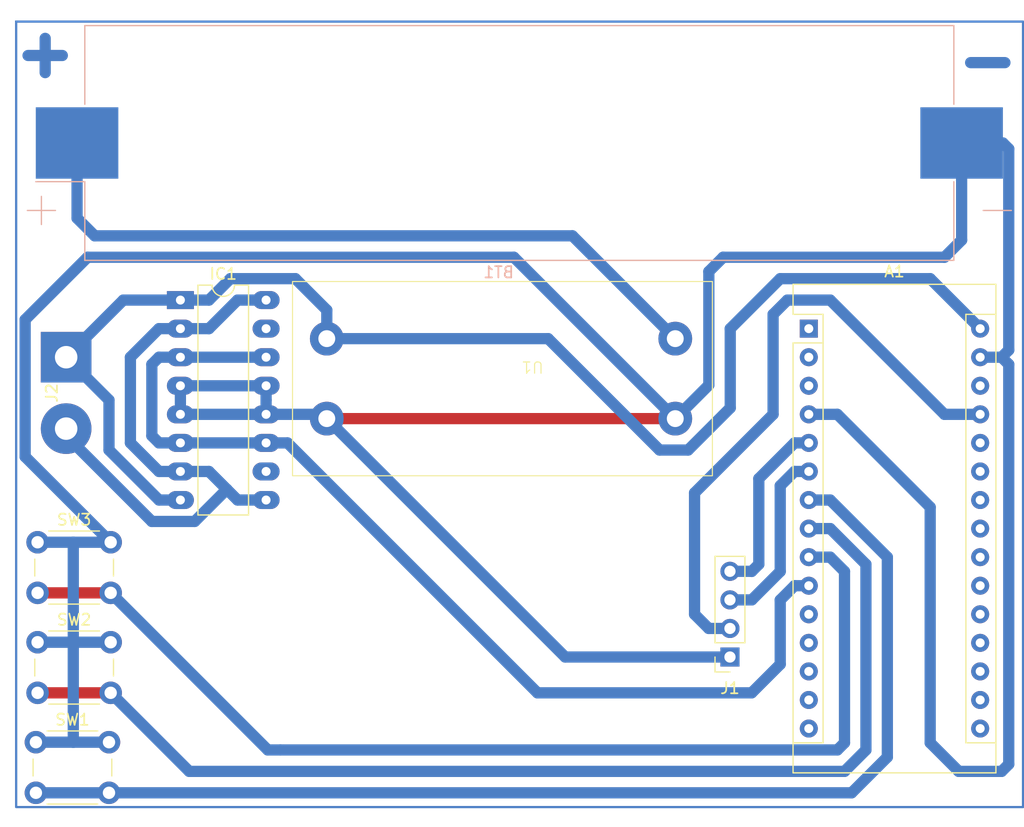
<source format=kicad_pcb>
(kicad_pcb (version 20221018) (generator pcbnew)
  (layers (0 "F.Cu" signal) (31 "B.Cu" signal) (34 "B.Paste" user) (35 "F.Paste" user) (36 "B.SilkS" user "B.Silkscreen") (37 "F.SilkS" user "F.Silkscreen") (38 "B.Mask" user) (39 "F.Mask" user) (44 "Edge.Cuts" user))
  (net 0 "")
  (net 8 "Net-(A1-D2)")
  (net 10 "Net-(A1-D3)")
  (net 12 "Net-(A1-D4)")
  (net 14 "Net-(A1-D5)")
  (net 16 "Net-(A1-D6)")
  (net 18 "Net-(A1-D7)")
  (net 21 "+5V")
  (net 26 "+12V")
  (net 29 "+BATT")
  (net 30 "GND")
  (net 31 "Net-(IC1-O1)")
  (footprint "Button_Switch_THT:SW_PUSH_6mm_H5mm" (layer "F.Cu") (at 24.765 67.89)
    (fp_text reference "SW3" (at 3.25 -2) (layer "F.SilkS"))
    (fp_text value "SW_Push")
    (fp_line (start -0.25 1.5) (end -0.25 3) (stroke (width 0.12)) (layer "F.SilkS"))
    (fp_line (start 1 5.5) (end 5.5 5.5) (stroke (width 0.12)) (layer "F.SilkS"))
    (fp_line (start 5.5 -1) (end 1 -1) (stroke (width 0.12)) (layer "F.SilkS"))
    (fp_line (start 6.75 3) (end 6.75 1.5) (stroke (width 0.12)) (layer "F.SilkS"))
    (pad "1" thru_hole circle (at 0 0 90) (size 2 2) (drill 1.1) (layers "*.Cu" "*.Mask") (net 30 "GND"))
    (pad "1" thru_hole circle (at 6.5 0 90) (size 2 2) (drill 1.1) (layers "*.Cu" "*.Mask") (net 30 "GND"))
    (pad "2" thru_hole circle (at 0 4.5 90) (size 2 2) (drill 1.1) (layers "*.Cu" "*.Mask") (net 16 "Net-(A1-D6)"))
    (pad "2" thru_hole circle (at 6.5 4.5 90) (size 2 2) (drill 1.1) (layers "*.Cu" "*.Mask") (net 16 "Net-(A1-D6)"))
  )
  (footprint "Button_Switch_THT:SW_PUSH_6mm_H5mm" (layer "F.Cu") (at 24.615 85.67)
    (fp_text reference "SW1" (at 3.25 -2) (layer "F.SilkS"))
    (fp_text value "SW_Push")
    (fp_line (start -0.25 1.5) (end -0.25 3) (stroke (width 0.12)) (layer "F.SilkS"))
    (fp_line (start 1 5.5) (end 5.5 5.5) (stroke (width 0.12)) (layer "F.SilkS"))
    (fp_line (start 5.5 -1) (end 1 -1) (stroke (width 0.12)) (layer "F.SilkS"))
    (fp_line (start 6.75 3) (end 6.75 1.5) (stroke (width 0.12)) (layer "F.SilkS"))
    (pad "1" thru_hole circle (at 0 0 90) (size 2 2) (drill 1.1) (layers "*.Cu" "*.Mask") (net 30 "GND"))
    (pad "1" thru_hole circle (at 6.5 0 90) (size 2 2) (drill 1.1) (layers "*.Cu" "*.Mask") (net 30 "GND"))
    (pad "2" thru_hole circle (at 0 4.5 90) (size 2 2) (drill 1.1) (layers "*.Cu" "*.Mask") (net 12 "Net-(A1-D4)"))
    (pad "2" thru_hole circle (at 6.5 4.5 90) (size 2 2) (drill 1.1) (layers "*.Cu" "*.Mask") (net 12 "Net-(A1-D4)"))
  )
  (footprint "Button_Switch_THT:SW_PUSH_6mm_H5mm" (layer "F.Cu") (at 24.765 76.78)
    (fp_text reference "SW2" (at 3.25 -2) (layer "F.SilkS"))
    (fp_text value "SW_Push")
    (fp_line (start -0.25 1.5) (end -0.25 3) (stroke (width 0.12)) (layer "F.SilkS"))
    (fp_line (start 1 5.5) (end 5.5 5.5) (stroke (width 0.12)) (layer "F.SilkS"))
    (fp_line (start 5.5 -1) (end 1 -1) (stroke (width 0.12)) (layer "F.SilkS"))
    (fp_line (start 6.75 3) (end 6.75 1.5) (stroke (width 0.12)) (layer "F.SilkS"))
    (pad "1" thru_hole circle (at 0 0 90) (size 2 2) (drill 1.1) (layers "*.Cu" "*.Mask") (net 30 "GND"))
    (pad "1" thru_hole circle (at 6.5 0 90) (size 2 2) (drill 1.1) (layers "*.Cu" "*.Mask") (net 30 "GND"))
    (pad "2" thru_hole circle (at 0 4.5 90) (size 2 2) (drill 1.1) (layers "*.Cu" "*.Mask") (net 14 "Net-(A1-D5)"))
    (pad "2" thru_hole circle (at 6.5 4.5 90) (size 2 2) (drill 1.1) (layers "*.Cu" "*.Mask") (net 14 "Net-(A1-D5)"))
  )
  (footprint "Connector_PinSocket_2.54mm:PinSocket_1x04_P2.54mm_Vertical" (layer "F.Cu") (at 86.335 78.095 180)
    (fp_text reference "J1" (at 0 -2.77) (layer "F.SilkS"))
    (fp_text value "Conn_01x04_Female")
    (fp_line (start -1.33 1.27) (end -1.33 8.95) (stroke (width 0.12)) (layer "F.SilkS"))
    (fp_line (start -1.33 1.27) (end 1.33 1.27) (stroke (width 0.12)) (layer "F.SilkS"))
    (fp_line (start -1.33 8.95) (end 1.33 8.95) (stroke (width 0.12)) (layer "F.SilkS"))
    (fp_line (start 0 -1.33) (end 1.33 -1.33) (stroke (width 0.12)) (layer "F.SilkS"))
    (fp_line (start 1.33 -1.33) (end 1.33 0) (stroke (width 0.12)) (layer "F.SilkS"))
    (fp_line (start 1.33 1.27) (end 1.33 8.95) (stroke (width 0.12)) (layer "F.SilkS"))
    (pad "1" thru_hole rect (at 0 0 180) (size 1.7 1.7) (drill 1) (layers "*.Cu" "*.Mask") (net 30 "GND"))
    (pad "2" thru_hole oval (at 0 2.54 180) (size 1.7 1.7) (drill 1) (layers "*.Cu" "*.Mask") (net 21 "+5V"))
    (pad "3" thru_hole oval (at 0 5.08 180) (size 1.7 1.7) (drill 1) (layers "*.Cu" "*.Mask") (net 10 "Net-(A1-D3)"))
    (pad "4" thru_hole oval (at 0 7.62 180) (size 1.7 1.7) (drill 1) (layers "*.Cu" "*.Mask") (net 8 "Net-(A1-D2)"))
  )
  (footprint "Connector_Wire:SolderWirePad_1x02_P7.62mm_Drill2mm" (layer "F.Cu") (at 27.305 51.435 -90)
    (fp_text reference "J2" (at 3.18 1.275 90) (layer "F.SilkS"))
    (fp_text value "Conn_01x02")
    (pad "1" thru_hole rect (at 0 0 270) (size 4.50088 4.50088) (drill 1.99898) (layers "*.Cu" "*.Mask") (net 26 "+12V"))
    (pad "2" thru_hole circle (at 6.35 0 270) (size 4.50088 4.50088) (drill 1.99898) (layers "*.Cu" "*.Mask") (net 31 "Net-(IC1-O1)"))
  )
  (footprint "chinese_modules:dc-dc module" (layer "F.Cu") (at 68.7705 51.816 180)
    (fp_text reference "U1" (at 0 -0.5 180 unlocked) (layer "F.SilkS") (effects (font (thickness 0.1))))
    (fp_text value "~")
    (fp_rect (start -16.002 -10.16) (end 21.336 7.112) (stroke (width 0.1)) (fill none) (layer "F.SilkS"))
    (pad "1" thru_hole circle (at -12.7 -5.08 180) (size 3 3) (drill 1.5) (layers "*.Cu" "*.Mask") (net 30 "GND"))
    (pad "2" thru_hole circle (at -12.7 2.032 180) (size 3 3) (drill 1.5) (layers "*.Cu" "*.Mask") (net 29 "+BATT"))
    (pad "3" thru_hole circle (at 18.288 -5.08 180) (size 3 3) (drill 1.5) (layers "*.Cu" "*.Mask") (net 30 "GND"))
    (pad "4" thru_hole circle (at 18.288 2.032 180) (size 3 3) (drill 1.5) (layers "*.Cu" "*.Mask") (net 26 "+12V"))
  )
  (footprint "Package_DIP:DIP-16_W7.62mm_LongPads" (layer "F.Cu") (at 37.465 46.355)
    (fp_text reference "IC1" (at 3.81 -2.33) (layer "F.SilkS"))
    (fp_text value "ULN2065B")
    (fp_line (start 1.56 -1.33) (end 1.56 19.11) (stroke (width 0.12)) (layer "F.SilkS"))
    (fp_line (start 1.56 19.11) (end 6.06 19.11) (stroke (width 0.12)) (layer "F.SilkS"))
    (fp_line (start 2.81 -1.33) (end 1.56 -1.33) (stroke (width 0.12)) (layer "F.SilkS"))
    (fp_line (start 6.06 -1.33) (end 4.81 -1.33) (stroke (width 0.12)) (layer "F.SilkS"))
    (fp_line (start 6.06 19.11) (end 6.06 -1.33) (stroke (width 0.12)) (layer "F.SilkS"))
    (fp_arc (start 4.81 -1.33) (mid 3.81 -0.33) (end 2.81 -1.33) (stroke (width 0.12)) (layer "F.SilkS"))
    (pad "1" thru_hole rect (at 0 0) (size 2.4 1.6) (drill 0.8) (layers "*.Cu" "*.Mask") (net 26 "+12V"))
    (pad "2" thru_hole oval (at 0 2.54) (size 2.4 1.6) (drill 0.8) (layers "*.Cu" "*.Mask") (net 31 "Net-(IC1-O1)"))
    (pad "3" thru_hole oval (at 0 5.08) (size 2.4 1.6) (drill 0.8) (layers "*.Cu" "*.Mask") (net 18 "Net-(A1-D7)"))
    (pad "4" thru_hole oval (at 0 7.62) (size 2.4 1.6) (drill 0.8) (layers "*.Cu" "*.Mask") (net 30 "GND"))
    (pad "5" thru_hole oval (at 0 10.16) (size 2.4 1.6) (drill 0.8) (layers "*.Cu" "*.Mask") (net 30 "GND"))
    (pad "6" thru_hole oval (at 0 12.7) (size 2.4 1.6) (drill 0.8) (layers "*.Cu" "*.Mask") (net 18 "Net-(A1-D7)"))
    (pad "7" thru_hole oval (at 0 15.24) (size 2.4 1.6) (drill 0.8) (layers "*.Cu" "*.Mask") (net 31 "Net-(IC1-O1)"))
    (pad "8" thru_hole oval (at 0 17.78) (size 2.4 1.6) (drill 0.8) (layers "*.Cu" "*.Mask") (net 26 "+12V"))
    (pad "9" thru_hole oval (at 7.62 17.78) (size 2.4 1.6) (drill 0.8) (layers "*.Cu" "*.Mask") (net 31 "Net-(IC1-O1)"))
    (pad "10" thru_hole oval (at 7.62 15.24) (size 2.4 1.6) (drill 0.8) (layers "*.Cu" "*.Mask"))
    (pad "11" thru_hole oval (at 7.62 12.7) (size 2.4 1.6) (drill 0.8) (layers "*.Cu" "*.Mask") (net 18 "Net-(A1-D7)"))
    (pad "12" thru_hole oval (at 7.62 10.16) (size 2.4 1.6) (drill 0.8) (layers "*.Cu" "*.Mask") (net 30 "GND"))
    (pad "13" thru_hole oval (at 7.62 7.62) (size 2.4 1.6) (drill 0.8) (layers "*.Cu" "*.Mask") (net 30 "GND"))
    (pad "14" thru_hole oval (at 7.62 5.08) (size 2.4 1.6) (drill 0.8) (layers "*.Cu" "*.Mask") (net 18 "Net-(A1-D7)"))
    (pad "15" thru_hole oval (at 7.62 2.54) (size 2.4 1.6) (drill 0.8) (layers "*.Cu" "*.Mask"))
    (pad "16" thru_hole oval (at 7.62 0) (size 2.4 1.6) (drill 0.8) (layers "*.Cu" "*.Mask") (net 31 "Net-(IC1-O1)"))
  )
  (footprint "Module:Arduino_Nano" (layer "F.Cu") (at 93.345 48.895)
    (fp_text reference "A1" (at 7.62 -5.08) (layer "F.SilkS"))
    (fp_text value "Arduino_Nano_v3.x")
    (fp_line (start -1.4 -3.94) (end -1.4 -1.27) (stroke (width 0.12)) (layer "F.SilkS"))
    (fp_line (start -1.4 1.27) (end -1.4 39.5) (stroke (width 0.12)) (layer "F.SilkS"))
    (fp_line (start -1.4 39.5) (end 16.64 39.5) (stroke (width 0.12)) (layer "F.SilkS"))
    (fp_line (start 1.27 -1.27) (end -1.4 -1.27) (stroke (width 0.12)) (layer "F.SilkS"))
    (fp_line (start 1.27 1.27) (end -1.4 1.27) (stroke (width 0.12)) (layer "F.SilkS"))
    (fp_line (start 1.27 1.27) (end 1.27 -1.27) (stroke (width 0.12)) (layer "F.SilkS"))
    (fp_line (start 1.27 1.27) (end 1.27 36.83) (stroke (width 0.12)) (layer "F.SilkS"))
    (fp_line (start 1.27 36.83) (end -1.4 36.83) (stroke (width 0.12)) (layer "F.SilkS"))
    (fp_line (start 13.97 -1.27) (end 13.97 36.83) (stroke (width 0.12)) (layer "F.SilkS"))
    (fp_line (start 13.97 -1.27) (end 16.64 -1.27) (stroke (width 0.12)) (layer "F.SilkS"))
    (fp_line (start 13.97 36.83) (end 16.64 36.83) (stroke (width 0.12)) (layer "F.SilkS"))
    (fp_line (start 16.64 -3.94) (end -1.4 -3.94) (stroke (width 0.12)) (layer "F.SilkS"))
    (fp_line (start 16.64 39.5) (end 16.64 -3.94) (stroke (width 0.12)) (layer "F.SilkS"))
    (pad "1" thru_hole rect (at 0 0) (size 1.6 1.6) (drill 0.8) (layers "*.Cu" "*.Mask"))
    (pad "2" thru_hole oval (at 0 2.54) (size 1.6 1.6) (drill 0.8) (layers "*.Cu" "*.Mask"))
    (pad "3" thru_hole oval (at 0 5.08) (size 1.6 1.6) (drill 0.8) (layers "*.Cu" "*.Mask"))
    (pad "4" thru_hole oval (at 0 7.62) (size 1.6 1.6) (drill 0.8) (layers "*.Cu" "*.Mask") (net 30 "GND"))
    (pad "5" thru_hole oval (at 0 10.16) (size 1.6 1.6) (drill 0.8) (layers "*.Cu" "*.Mask") (net 8 "Net-(A1-D2)"))
    (pad "6" thru_hole oval (at 0 12.7) (size 1.6 1.6) (drill 0.8) (layers "*.Cu" "*.Mask") (net 10 "Net-(A1-D3)"))
    (pad "7" thru_hole oval (at 0 15.24) (size 1.6 1.6) (drill 0.8) (layers "*.Cu" "*.Mask") (net 12 "Net-(A1-D4)"))
    (pad "8" thru_hole oval (at 0 17.78) (size 1.6 1.6) (drill 0.8) (layers "*.Cu" "*.Mask") (net 14 "Net-(A1-D5)"))
    (pad "9" thru_hole oval (at 0 20.32) (size 1.6 1.6) (drill 0.8) (layers "*.Cu" "*.Mask") (net 16 "Net-(A1-D6)"))
    (pad "10" thru_hole oval (at 0 22.86) (size 1.6 1.6) (drill 0.8) (layers "*.Cu" "*.Mask") (net 18 "Net-(A1-D7)"))
    (pad "11" thru_hole oval (at 0 25.4) (size 1.6 1.6) (drill 0.8) (layers "*.Cu" "*.Mask"))
    (pad "12" thru_hole oval (at 0 27.94) (size 1.6 1.6) (drill 0.8) (layers "*.Cu" "*.Mask"))
    (pad "13" thru_hole oval (at 0 30.48) (size 1.6 1.6) (drill 0.8) (layers "*.Cu" "*.Mask"))
    (pad "14" thru_hole oval (at 0 33.02) (size 1.6 1.6) (drill 0.8) (layers "*.Cu" "*.Mask"))
    (pad "15" thru_hole oval (at 0 35.56) (size 1.6 1.6) (drill 0.8) (layers "*.Cu" "*.Mask"))
    (pad "16" thru_hole oval (at 15.24 35.56) (size 1.6 1.6) (drill 0.8) (layers "*.Cu" "*.Mask"))
    (pad "17" thru_hole oval (at 15.24 33.02) (size 1.6 1.6) (drill 0.8) (layers "*.Cu" "*.Mask"))
    (pad "18" thru_hole oval (at 15.24 30.48) (size 1.6 1.6) (drill 0.8) (layers "*.Cu" "*.Mask"))
    (pad "19" thru_hole oval (at 15.24 27.94) (size 1.6 1.6) (drill 0.8) (layers "*.Cu" "*.Mask"))
    (pad "20" thru_hole oval (at 15.24 25.4) (size 1.6 1.6) (drill 0.8) (layers "*.Cu" "*.Mask"))
    (pad "21" thru_hole oval (at 15.24 22.86) (size 1.6 1.6) (drill 0.8) (layers "*.Cu" "*.Mask"))
    (pad "22" thru_hole oval (at 15.24 20.32) (size 1.6 1.6) (drill 0.8) (layers "*.Cu" "*.Mask"))
    (pad "23" thru_hole oval (at 15.24 17.78) (size 1.6 1.6) (drill 0.8) (layers "*.Cu" "*.Mask"))
    (pad "24" thru_hole oval (at 15.24 15.24) (size 1.6 1.6) (drill 0.8) (layers "*.Cu" "*.Mask"))
    (pad "25" thru_hole oval (at 15.24 12.7) (size 1.6 1.6) (drill 0.8) (layers "*.Cu" "*.Mask"))
    (pad "26" thru_hole oval (at 15.24 10.16) (size 1.6 1.6) (drill 0.8) (layers "*.Cu" "*.Mask"))
    (pad "27" thru_hole oval (at 15.24 7.62) (size 1.6 1.6) (drill 0.8) (layers "*.Cu" "*.Mask") (net 21 "+5V"))
    (pad "28" thru_hole oval (at 15.24 5.08) (size 1.6 1.6) (drill 0.8) (layers "*.Cu" "*.Mask"))
    (pad "29" thru_hole oval (at 15.24 2.54) (size 1.6 1.6) (drill 0.8) (layers "*.Cu" "*.Mask") (net 30 "GND"))
    (pad "30" thru_hole oval (at 15.24 0) (size 1.6 1.6) (drill 0.8) (layers "*.Cu" "*.Mask") (net 26 "+12V"))
  )
  (footprint "Battery:BatteryHolder_Keystone_1042_1x18650" (layer "B.Cu") (at 67.605 32.385)
    (fp_text reference "BT1" (at -1.8415 11.5 180) (layer "B.SilkS") (effects (justify mirror)))
    (fp_text value "Battery_Cell")
    (fp_line (start -43.75 6) (end -41.25 6) (stroke (width 0.12)) (layer "B.SilkS"))
    (fp_line (start -42.5 4.75) (end -42.5 7.25) (stroke (width 0.12)) (layer "B.SilkS"))
    (fp_line (start -38.64 -10.44) (end -38.64 -3.44) (stroke (width 0.12)) (layer "B.SilkS"))
    (fp_line (start -38.64 3.44) (end -43 3.44) (stroke (width 0.12)) (layer "B.SilkS"))
    (fp_line (start -38.64 10.44) (end -38.64 3.44) (stroke (width 0.12)) (layer "B.SilkS"))
    (fp_line (start 38.64 -10.44) (end -38.64 -10.44) (stroke (width 0.12)) (layer "B.SilkS"))
    (fp_line (start 38.64 -3.44) (end 38.64 -10.44) (stroke (width 0.12)) (layer "B.SilkS"))
    (fp_line (start 38.64 3.44) (end 38.64 10.42) (stroke (width 0.12)) (layer "B.SilkS"))
    (fp_line (start 38.64 10.44) (end -38.64 10.44) (stroke (width 0.12)) (layer "B.SilkS"))
    (fp_line (start 43.75 6) (end 41.25 6) (stroke (width 0.12)) (layer "B.SilkS"))
    (pad "1" smd rect (at -39.33 0) (size 7.34 6.35) (layers "B.Cu" "B.Paste" "B.Mask") (net 29 "+BATT"))
    (pad "2" smd rect (at 39.33 0) (size 7.34 6.35) (layers "B.Cu" "B.Paste" "B.Mask") (net 30 "GND"))
  )
  (gr_rect (start 22.86 21.59) (end 112.395 91.44) (stroke (width 0.2)) (fill none) (layer "B.Cu"))
  (gr_text "+" (at 28.575 26.67) (layer "B.Cu") (effects (font (size 4 4) (thickness 1) bold) (justify left bottom mirror)))
  (gr_text "-" (at 112.395 27.305) (layer "B.Cu") (effects (font (size 4 4) (thickness 1) bold) (justify left bottom mirror)))
  (segment (start 92.075 59.055) (end 93.345 59.055) (width 1) (layer "B.Cu") (net 8))
  (segment (start 88.9 69.85) (end 88.9 62.23) (width 1) (layer "B.Cu") (net 8))
  (segment (start 88.255 70.475) (end 88.265 70.485) (width 1) (layer "B.Cu") (net 8))
  (segment (start 88.9 62.23) (end 92.075 59.055) (width 1) (layer "B.Cu") (net 8))
  (segment (start 88.265 70.485) (end 88.9 69.85) (width 1) (layer "B.Cu") (net 8))
  (segment (start 86.335 70.475) (end 88.255 70.475) (width 1) (layer "B.Cu") (net 8))
  (segment (start 90.805 70.485) (end 88.275 73.015) (width 1) (layer "B.Cu") (net 10))
  (segment (start 90.805 62.865) (end 90.805 70.485) (width 1) (layer "B.Cu") (net 10))
  (segment (start 88.275 73.015) (end 86.335 73.015) (width 1) (layer "B.Cu") (net 10))
  (segment (start 93.345 61.595) (end 92.075 61.595) (width 1) (layer "B.Cu") (net 10))
  (segment (start 92.075 61.595) (end 90.805 62.865) (width 1) (layer "B.Cu") (net 10))
  (segment (start 100.33 86.995) (end 100.33 69.215) (width 1) (layer "B.Cu") (net 12))
  (segment (start 95.25 64.135) (end 93.345 64.135) (width 1) (layer "B.Cu") (net 12))
  (segment (start 24.615 90.17) (end 31.115 90.17) (width 1) (layer "B.Cu") (net 12))
  (segment (start 97.155 90.17) (end 100.33 86.995) (width 1) (layer "B.Cu") (net 12))
  (segment (start 100.33 69.215) (end 95.25 64.135) (width 1) (layer "B.Cu") (net 12))
  (segment (start 31.115 90.17) (end 97.155 90.17) (width 1) (layer "B.Cu") (net 12))
  (segment (start 24.765 81.28) (end 31.265 81.28) (width 1) (layer "F.Cu") (net 14))
  (segment (start 98.425 69.85) (end 95.25 66.675) (width 1) (layer "B.Cu") (net 14))
  (segment (start 98.425 86.36) (end 98.425 69.85) (width 1) (layer "B.Cu") (net 14))
  (segment (start 38.25 88.265) (end 96.52 88.265) (width 1) (layer "B.Cu") (net 14))
  (segment (start 96.52 88.265) (end 98.425 86.36) (width 1) (layer "B.Cu") (net 14))
  (segment (start 31.265 81.28) (end 38.25 88.265) (width 1) (layer "B.Cu") (net 14))
  (segment (start 95.25 66.675) (end 93.345 66.675) (width 1) (layer "B.Cu") (net 14))
  (segment (start 24.765 72.39) (end 31.265 72.39) (width 1) (layer "F.Cu") (net 16))
  (segment (start 95.25 69.215) (end 93.345 69.215) (width 1) (layer "B.Cu") (net 16))
  (segment (start 95.885 86.36) (end 96.52 85.725) (width 1) (layer "B.Cu") (net 16))
  (segment (start 45.235 86.36) (end 46.355 86.36) (width 1) (layer "B.Cu") (net 16))
  (segment (start 46.355 86.36) (end 95.885 86.36) (width 1) (layer "B.Cu") (net 16))
  (segment (start 31.265 72.39) (end 45.235 86.36) (width 1) (layer "B.Cu") (net 16))
  (segment (start 96.52 85.725) (end 96.52 70.485) (width 1) (layer "B.Cu") (net 16))
  (segment (start 96.52 70.485) (end 95.25 69.215) (width 1) (layer "B.Cu") (net 16))
  (segment (start 34.925 58.42) (end 35.56 59.055) (width 1) (layer "B.Cu") (net 18))
  (segment (start 35.56 59.055) (end 37.465 59.055) (width 1) (layer "B.Cu") (net 18))
  (segment (start 46.99 59.055) (end 69.215 81.28) (width 1) (layer "B.Cu") (net 18))
  (segment (start 34.925 52.07) (end 34.925 58.42) (width 1) (layer "B.Cu") (net 18))
  (segment (start 45.085 59.055) (end 46.99 59.055) (width 1) (layer "B.Cu") (net 18))
  (segment (start 90.805 78.74) (end 90.805 73.025) (width 1) (layer "B.Cu") (net 18))
  (segment (start 37.465 51.435) (end 35.56 51.435) (width 1) (layer "B.Cu") (net 18))
  (segment (start 90.805 73.025) (end 92.075 71.755) (width 1) (layer "B.Cu") (net 18))
  (segment (start 45.085 59.055) (end 37.465 59.055) (width 1) (layer "B.Cu") (net 18))
  (segment (start 35.56 51.435) (end 34.925 52.07) (width 1) (layer "B.Cu") (net 18))
  (segment (start 92.075 71.755) (end 93.345 71.755) (width 1) (layer "B.Cu") (net 18))
  (segment (start 69.215 81.28) (end 88.265 81.28) (width 1) (layer "B.Cu") (net 18))
  (segment (start 88.265 81.28) (end 90.805 78.74) (width 1) (layer "B.Cu") (net 18))
  (segment (start 37.465 51.435) (end 45.085 51.435) (width 1) (layer "B.Cu") (net 18))
  (segment (start 83.185 63.5) (end 90.17 56.515) (width 1) (layer "B.Cu") (net 21))
  (segment (start 90.17 56.515) (end 90.17 47.625) (width 1) (layer "B.Cu") (net 21))
  (segment (start 91.44 46.355) (end 95.25 46.355) (width 1) (layer "B.Cu") (net 21))
  (segment (start 83.185 74.295) (end 83.185 63.5) (width 1) (layer "B.Cu") (net 21))
  (segment (start 105.41 56.515) (end 108.585 56.515) (width 1) (layer "B.Cu") (net 21))
  (segment (start 90.17 47.625) (end 91.44 46.355) (width 1) (layer "B.Cu") (net 21))
  (segment (start 95.25 46.355) (end 105.41 56.515) (width 1) (layer "B.Cu") (net 21))
  (segment (start 84.445 75.555) (end 83.185 74.295) (width 1) (layer "B.Cu") (net 21))
  (segment (start 86.335 75.555) (end 84.445 75.555) (width 1) (layer "B.Cu") (net 21))
  (segment (start 37.465 46.355) (end 40.005 46.355) (width 1) (layer "B.Cu") (net 26))
  (segment (start 104.14 44.45) (end 108.585 48.895) (width 1) (layer "B.Cu") (net 26))
  (segment (start 27.305 51.435) (end 32.385 46.355) (width 1) (layer "B.Cu") (net 26))
  (segment (start 40.005 46.355) (end 41.91 44.45) (width 1) (layer "B.Cu") (net 26))
  (segment (start 31.115 59.69) (end 31.115 55.245) (width 1) (layer "B.Cu") (net 26))
  (segment (start 90.805 44.45) (end 104.14 44.45) (width 1) (layer "B.Cu") (net 26))
  (segment (start 35.56 64.135) (end 31.115 59.69) (width 1) (layer "B.Cu") (net 26))
  (segment (start 37.465 64.135) (end 35.56 64.135) (width 1) (layer "B.Cu") (net 26))
  (segment (start 86.36 55.9435) (end 86.36 48.895) (width 1) (layer "B.Cu") (net 26))
  (segment (start 50.4825 47.244) (end 50.4825 49.784) (width 1) (layer "B.Cu") (net 26))
  (segment (start 32.385 46.355) (end 37.465 46.355) (width 1) (layer "B.Cu") (net 26))
  (segment (start 41.91 44.45) (end 47.6885 44.45) (width 1) (layer "B.Cu") (net 26))
  (segment (start 80.0735 59.69) (end 82.6135 59.69) (width 1) (layer "B.Cu") (net 26))
  (segment (start 47.6885 44.45) (end 50.4825 47.244) (width 1) (layer "B.Cu") (net 26))
  (segment (start 50.4825 49.784) (end 70.1675 49.784) (width 1) (layer "B.Cu") (net 26))
  (segment (start 86.36 48.895) (end 90.805 44.45) (width 1) (layer "B.Cu") (net 26))
  (segment (start 82.6135 59.69) (end 86.36 55.9435) (width 1) (layer "B.Cu") (net 26))
  (segment (start 31.115 55.245) (end 27.305 51.435) (width 1) (layer "B.Cu") (net 26))
  (segment (start 70.1675 49.784) (end 80.0735 59.69) (width 1) (layer "B.Cu") (net 26))
  (segment (start 28.275 32.385) (end 28.275 39.07) (width 1) (layer "B.Cu") (net 29))
  (segment (start 28.275 39.07) (end 29.845 40.64) (width 1) (layer "B.Cu") (net 29))
  (segment (start 72.3265 40.64) (end 81.4705 49.784) (width 1) (layer "B.Cu") (net 29))
  (segment (start 29.845 40.64) (end 72.3265 40.64) (width 1) (layer "B.Cu") (net 29))
  (segment (start 50.4825 56.896) (end 81.4705 56.896) (width 1) (layer "F.Cu") (net 30))
  (segment (start 85.725 42.545) (end 84.455 43.815) (width 1) (layer "B.Cu") (net 30))
  (segment (start 93.345 56.515) (end 95.885 56.515) (width 1) (layer "B.Cu") (net 30))
  (segment (start 106.935 32.385) (end 106.935 41.02) (width 1) (layer "B.Cu") (net 30))
  (segment (start 24.765 76.78) (end 31.265 76.78) (width 1) (layer "B.Cu") (net 30))
  (segment (start 110.605 32.385) (end 106.935 32.385) (width 1) (layer "B.Cu") (net 30))
  (segment (start 29.21 42.545) (end 67.1195 42.545) (width 1) (layer "B.Cu") (net 30))
  (segment (start 23.66 48.095) (end 29.21 42.545) (width 1) (layer "B.Cu") (net 30))
  (segment (start 37.465 53.975) (end 45.085 53.975) (width 1) (layer "B.Cu") (net 30))
  (segment (start 45.085 53.975) (end 45.085 55.245) (width 1) (layer "B.Cu") (net 30))
  (segment (start 104.14 85.725) (end 106.68 88.265) (width 1) (layer "B.Cu") (net 30))
  (segment (start 105.41 42.545) (end 85.725 42.545) (width 1) (layer "B.Cu") (net 30))
  (segment (start 84.455 53.9115) (end 81.4705 56.896) (width 1) (layer "B.Cu") (net 30))
  (segment (start 24.615 85.67) (end 27.94 85.67) (width 1) (layer "B.Cu") (net 30))
  (segment (start 95.885 56.515) (end 104.14 64.77) (width 1) (layer "B.Cu") (net 30))
  (segment (start 111.125 87.63) (end 111.125 52.07) (width 1) (layer "B.Cu") (net 30))
  (segment (start 24.765 67.89) (end 27.94 67.89) (width 1) (layer "B.Cu") (net 30))
  (segment (start 37.465 56.515) (end 45.085 56.515) (width 1) (layer "B.Cu") (net 30))
  (segment (start 111.125 52.07) (end 110.49 51.435) (width 1) (layer "B.Cu") (net 30))
  (segment (start 110.49 51.435) (end 111.125 50.8) (width 1) (layer "B.Cu") (net 30))
  (segment (start 27.94 85.67) (end 31.115 85.67) (width 1) (layer "B.Cu") (net 30))
  (segment (start 104.14 64.77) (end 104.14 85.725) (width 1) (layer "B.Cu") (net 30))
  (segment (start 111.125 50.8) (end 111.125 32.905) (width 1) (layer "B.Cu") (net 30))
  (segment (start 71.6815 78.095) (end 50.4825 56.896) (width 1) (layer "B.Cu") (net 30))
  (segment (start 45.085 56.515) (end 50.1015 56.515) (width 1) (layer "B.Cu") (net 30))
  (segment (start 111.125 32.905) (end 110.605 32.385) (width 1) (layer "B.Cu") (net 30))
  (segment (start 45.085 55.245) (end 45.085 56.515) (width 1) (layer "B.Cu") (net 30))
  (segment (start 31.265 67.89) (end 23.66 60.285) (width 1) (layer "B.Cu") (net 30))
  (segment (start 27.94 67.89) (end 27.94 85.67) (width 1) (layer "B.Cu") (net 30))
  (segment (start 27.94 67.89) (end 31.265 67.89) (width 1) (layer "B.Cu") (net 30))
  (segment (start 106.68 88.265) (end 110.49 88.265) (width 1) (layer "B.Cu") (net 30))
  (segment (start 23.66 60.285) (end 23.66 48.095) (width 1) (layer "B.Cu") (net 30))
  (segment (start 86.335 78.095) (end 71.6815 78.095) (width 1) (layer "B.Cu") (net 30))
  (segment (start 108.585 51.435) (end 110.49 51.435) (width 1) (layer "B.Cu") (net 30))
  (segment (start 84.455 43.815) (end 84.455 53.9115) (width 1) (layer "B.Cu") (net 30))
  (segment (start 37.465 53.975) (end 37.465 56.515) (width 1) (layer "B.Cu") (net 30))
  (segment (start 106.935 41.02) (end 105.41 42.545) (width 1) (layer "B.Cu") (net 30))
  (segment (start 110.49 88.265) (end 111.125 87.63) (width 1) (layer "B.Cu") (net 30))
  (segment (start 50.1015 56.515) (end 50.4825 56.896) (width 1) (layer "B.Cu") (net 30))
  (segment (start 67.1195 42.545) (end 81.4705 56.896) (width 1) (layer "B.Cu") (net 30))
  (segment (start 40.005 48.895) (end 42.545 46.355) (width 1) (layer "B.Cu") (net 31))
  (segment (start 37.465 48.895) (end 40.005 48.895) (width 1) (layer "B.Cu") (net 31))
  (segment (start 37.465 61.595) (end 40.005 61.595) (width 1) (layer "B.Cu") (net 31))
  (segment (start 34.925 66.04) (end 38.735 66.04) (width 1) (layer "B.Cu") (net 31))
  (segment (start 40.005 61.595) (end 41.5925 63.1825) (width 1) (layer "B.Cu") (net 31))
  (segment (start 27.305 57.785) (end 27.305 58.42) (width 1) (layer "B.Cu") (net 31))
  (segment (start 42.545 46.355) (end 45.085 46.355) (width 1) (layer "B.Cu") (net 31))
  (segment (start 33.02 59.055) (end 35.56 61.595) (width 1) (layer "B.Cu") (net 31))
  (segment (start 35.56 48.895) (end 33.02 51.435) (width 1) (layer "B.Cu") (net 31))
  (segment (start 41.5925 63.1825) (end 42.545 64.135) (width 1) (layer "B.Cu") (net 31))
  (segment (start 38.735 66.04) (end 41.5925 63.1825) (width 1) (layer "B.Cu") (net 31))
  (segment (start 37.465 48.895) (end 35.56 48.895) (width 1) (layer "B.Cu") (net 31))
  (segment (start 42.545 64.135) (end 45.085 64.135) (width 1) (layer "B.Cu") (net 31))
  (segment (start 33.02 51.435) (end 33.02 59.055) (width 1) (layer "B.Cu") (net 31))
  (segment (start 35.56 61.595) (end 37.465 61.595) (width 1) (layer "B.Cu") (net 31))
  (segment (start 27.305 58.42) (end 34.925 66.04) (width 1) (layer "B.Cu") (net 31))
)
</source>
